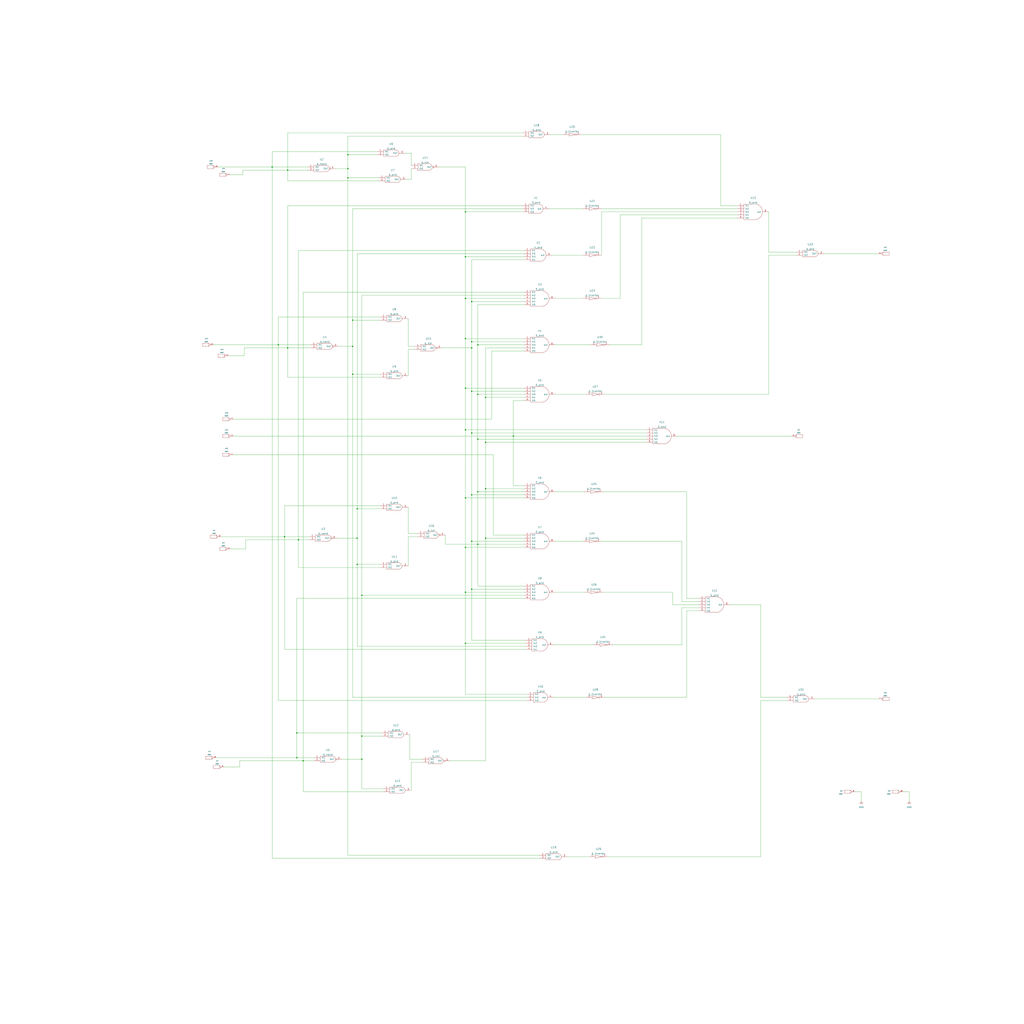
<source format=kicad_sch>
(kicad_sch (version 20211123) (generator eeschema)
  (paper "User" 840.994 840.994)
  (lib_symbols
    (symbol "eSim_Digital:d_and" (pin_names (offset 1.016))
      (property "Reference" "U" (at 0 0 0))
      (property "Value" "d_and" (at 1.27 2.54 0))
      (symbol "d_and_0_1"
        (polyline (pts (xy 3.81 -1.27) (xy -6.35 -1.27) (xy -6.35 3.81) (xy 3.81 3.81)))
        (arc (start 3.81 -1.27) (mid 5.5897 -0.5171) (end 6.35 1.27))
        (arc (start 6.35 1.27) (mid 5.5971 3.0497) (end 3.81 3.81))
      )
      (symbol "d_and_1_1"
        (pin input line (at -11.43 2.54 0) (length 5.08) (name "IN1") (number "1"))
        (pin input line (at -11.43 0 0) (length 5.08) (name "IN2") (number "2"))
        (pin output line (at 11.43 1.27 180) (length 5.08) (name "OUT") (number "3"))
      )
    )
    (symbol "eSim_Digital:d_inverter" (pin_names (offset 1.016))
      (property "Reference" "U" (at 0 -2.54 0))
      (property "Value" "d_inverter" (at 0 3.81 0))
      (symbol "d_inverter_0_1"
        (polyline (pts (xy -2.54 1.27) (xy -2.54 -1.27) (xy 2.54 0) (xy -2.54 1.27)))
      )
      (symbol "d_inverter_1_1"
        (pin input line (at -7.62 0 0) (length 5.08) (name "~") (number "1"))
        (pin output inverted (at 7.62 0 180) (length 5.08) (name "~") (number "2"))
      )
    )
    (symbol "eSim_Digital:d_nand" (pin_names (offset 1.016))
      (property "Reference" "U" (at 0 0 0))
      (property "Value" "d_nand" (at 1.27 2.54 0))
      (symbol "d_nand_0_1"
        (polyline (pts (xy 3.81 -1.27) (xy -6.35 -1.27) (xy -6.35 3.81) (xy 3.81 3.81)))
        (arc (start 3.81 -1.27) (mid 5.5897 -0.5171) (end 6.35 1.27))
        (arc (start 6.35 1.27) (mid 5.5971 3.0497) (end 3.81 3.81))
      )
      (symbol "d_nand_1_1"
        (pin input line (at -11.43 2.54 0) (length 5.08) (name "IN1") (number "1"))
        (pin input line (at -11.43 0 0) (length 5.08) (name "IN2") (number "2"))
        (pin output inverted (at 11.43 1.27 180) (length 5.08) (name "OUT") (number "3"))
      )
    )
    (symbol "eSim_Digital:d_nor" (pin_names (offset 1.016))
      (property "Reference" "U" (at 0 0 0))
      (property "Value" "d_nor" (at 1.27 2.54 0))
      (symbol "d_nor_0_1"
        (arc (start -6.35 -1.27) (mid -5.7504 1.27) (end -6.35 3.81))
        (polyline (pts (xy -6.35 -1.27) (xy 3.81 -1.27)))
        (polyline (pts (xy -6.35 3.81) (xy 3.81 3.81)))
        (arc (start 3.81 -1.27) (mid 5.3181 -0.2399) (end 6.35 1.27))
        (arc (start 6.35 1.27) (mid 5.2222 2.6828) (end 3.81 3.81))
      )
      (symbol "d_nor_1_1"
        (pin input line (at -11.43 2.54 0) (length 5.461) (name "IN1") (number "1"))
        (pin input line (at -11.43 0 0) (length 5.461) (name "IN2") (number "2"))
        (pin output inverted (at 11.43 1.27 180) (length 5.08) (name "OUT") (number "3"))
      )
    )
    (symbol "eSim_Miscellaneous:PORT" (pin_names (offset 1.016))
      (property "Reference" "U" (at 1.27 2.54 0))
      (property "Value" "PORT" (at 0 0 0))
      (symbol "PORT_0_1"
        (rectangle (start -2.54 1.27) (end 2.54 -1.27))
        (arc (start 2.54 1.27) (mid 3.1355 0.5955) (end 3.81 0))
        (arc (start 3.81 0) (mid 3.1447 -0.6046) (end 2.54 -1.27))
      )
      (symbol "PORT_1_1"
        (pin bidirectional line (at 6.35 0 180) (length 2.54) (name "~") (number "1"))
      )
      (symbol "PORT_2_1"
        (pin bidirectional line (at 6.35 0 180) (length 2.54) (name "~") (number "2"))
      )
      (symbol "PORT_3_1"
        (pin bidirectional line (at 6.35 0 180) (length 2.54) (name "~") (number "3"))
      )
      (symbol "PORT_4_1"
        (pin bidirectional line (at 6.35 0 180) (length 2.54) (name "~") (number "4"))
      )
      (symbol "PORT_5_1"
        (pin bidirectional line (at 6.35 0 180) (length 2.54) (name "~") (number "5"))
      )
      (symbol "PORT_6_1"
        (pin bidirectional line (at 6.35 0 180) (length 2.54) (name "~") (number "6"))
      )
      (symbol "PORT_7_1"
        (pin bidirectional line (at 6.35 0 180) (length 2.54) (name "~") (number "7"))
      )
      (symbol "PORT_8_1"
        (pin bidirectional line (at 6.35 0 180) (length 2.54) (name "~") (number "8"))
      )
      (symbol "PORT_9_1"
        (pin bidirectional line (at 6.35 0 180) (length 2.54) (name "~") (number "9"))
      )
      (symbol "PORT_10_1"
        (pin bidirectional line (at 6.35 0 180) (length 2.54) (name "~") (number "10"))
      )
      (symbol "PORT_11_1"
        (pin bidirectional line (at 6.35 0 180) (length 2.54) (name "~") (number "11"))
      )
      (symbol "PORT_12_1"
        (pin bidirectional line (at 6.35 0 180) (length 2.54) (name "~") (number "12"))
      )
      (symbol "PORT_13_1"
        (pin bidirectional line (at 6.35 0 180) (length 2.54) (name "~") (number "13"))
      )
      (symbol "PORT_14_1"
        (pin bidirectional line (at 6.35 0 180) (length 2.54) (name "~") (number "14"))
      )
      (symbol "PORT_15_1"
        (pin bidirectional line (at 6.35 0 180) (length 2.54) (name "~") (number "15"))
      )
      (symbol "PORT_16_1"
        (pin bidirectional line (at 6.35 0 180) (length 2.54) (name "~") (number "16"))
      )
      (symbol "PORT_17_1"
        (pin bidirectional line (at 6.35 0 180) (length 2.54) (name "~") (number "17"))
      )
      (symbol "PORT_18_1"
        (pin bidirectional line (at 6.35 0 180) (length 2.54) (name "~") (number "18"))
      )
      (symbol "PORT_19_1"
        (pin bidirectional line (at 6.35 0 180) (length 2.54) (name "~") (number "19"))
      )
      (symbol "PORT_20_1"
        (pin bidirectional line (at 6.35 0 180) (length 2.54) (name "~") (number "20"))
      )
      (symbol "PORT_21_1"
        (pin bidirectional line (at 6.35 0 180) (length 2.54) (name "~") (number "21"))
      )
      (symbol "PORT_22_1"
        (pin bidirectional line (at 6.35 0 180) (length 2.54) (name "~") (number "22"))
      )
      (symbol "PORT_23_1"
        (pin bidirectional line (at 6.35 0 180) (length 2.54) (name "~") (number "23"))
      )
      (symbol "PORT_24_1"
        (pin bidirectional line (at 6.35 0 180) (length 2.54) (name "~") (number "24"))
      )
      (symbol "PORT_25_1"
        (pin bidirectional line (at 6.35 0 180) (length 2.54) (name "~") (number "25"))
      )
      (symbol "PORT_26_1"
        (pin bidirectional line (at 6.35 0 180) (length 2.54) (name "~") (number "26"))
      )
    )
    (symbol "eSim_Power:eSim_GND" (power) (pin_names (offset 0))
      (property "Value" "eSim_GND" (at 0 -3.81 0))
      (symbol "eSim_GND_0_1"
        (polyline (pts (xy 0 0) (xy 0 -1.27) (xy 1.27 -1.27) (xy 0 -2.54) (xy -1.27 -1.27) (xy 0 -1.27)))
      )
      (symbol "eSim_GND_1_1"
        (pin power_in line (at 0 0 270) (length 0) hide (name "GND") (number "1"))
      )
    )
    (symbol "eSim_Subckt:3_and" (pin_names (offset 1.016))
      (property "Reference" "X" (at 2.54 -1.27 0))
      (property "Value" "3_and" (at 3.81 3.81 0))
      (symbol "3_and_0_1"
        (polyline (pts (xy -3.81 5.08) (xy 5.08 5.08)))
        (polyline (pts (xy -3.81 5.08) (xy -3.81 -2.54) (xy 5.08 -2.54)))
        (arc (start 5.08 -2.54) (mid 7.8261 1.27) (end 5.08 5.08))
      )
      (symbol "3_and_1_1"
        (pin input line (at -8.89 3.81 0) (length 5.08) (name "in1") (number "1"))
        (pin input line (at -8.89 1.27 0) (length 5.08) (name "in2") (number "2"))
        (pin input line (at -8.89 -1.27 0) (length 5.08) (name "in3") (number "3"))
        (pin output line (at 12.7 1.27 180) (length 5.08) (name "out") (number "4"))
      )
    )
    (symbol "eSim_Subckt:4_and" (pin_names (offset 1.016))
      (property "Reference" "X" (at 1.27 -1.27 0))
      (property "Value" "4_and" (at 2.54 2.54 0))
      (symbol "4_and_0_1"
        (polyline (pts (xy -5.08 5.08) (xy 3.81 5.08)))
        (polyline (pts (xy -5.08 5.08) (xy -5.08 -5.08) (xy 1.27 -5.08) (xy 3.81 -5.08)))
        (arc (start 3.81 -5.08) (mid 7.7763 0) (end 3.81 5.08))
      )
      (symbol "4_and_1_1"
        (pin input line (at -10.16 3.81 0) (length 5.08) (name "in1") (number "1"))
        (pin input line (at -10.16 1.27 0) (length 5.08) (name "in2") (number "2"))
        (pin input line (at -10.16 -1.27 0) (length 5.08) (name "in3") (number "3"))
        (pin input line (at -10.16 -3.81 0) (length 5.08) (name "in4") (number "4"))
        (pin output line (at 12.7 0 180) (length 5.08) (name "out") (number "5"))
      )
    )
    (symbol "eSim_Subckt:5_and" (pin_names (offset 1.016))
      (property "Reference" "X" (at 1.27 -2.54 0))
      (property "Value" "5_and" (at 2.54 3.81 0))
      (symbol "5_and_0_1"
        (polyline (pts (xy -6.35 6.35) (xy 3.81 6.35)))
        (polyline (pts (xy -6.35 6.35) (xy -6.35 -6.35) (xy 3.81 -6.35)))
        (arc (start 3.81 -6.35) (mid 9.0158 0) (end 3.81 6.35))
      )
      (symbol "5_and_1_1"
        (pin input line (at -11.43 5.08 0) (length 5.08) (name "in1") (number "1"))
        (pin input line (at -11.43 2.54 0) (length 5.08) (name "in2") (number "2"))
        (pin input line (at -11.43 0 0) (length 5.08) (name "in3") (number "3"))
        (pin input line (at -11.43 -2.54 0) (length 5.08) (name "in4") (number "4"))
        (pin input line (at -11.43 -5.08 0) (length 5.08) (name "in5") (number "5"))
        (pin output line (at 13.97 0 180) (length 5.08) (name "out") (number "6"))
      )
    )
  )
  (junction (at 387.35 406.4))
  (junction (at 392.43 447.04))
  (junction (at 392.43 323.85))
  (junction (at 245.11 443.23))
  (junction (at 392.43 403.86))
  (junction (at 421.64 358.14))
  (junction (at 285.75 146.05))
  (junction (at 233.68 440.69))
  (junction (at 228.6 283.21))
  (junction (at 382.27 449.58))
  (junction (at 382.27 210.82))
  (junction (at 293.37 441.96))
  (junction (at 243.84 622.3))
  (junction (at 398.78 326.39))
  (junction (at 382.27 278.13))
  (junction (at 297.18 623.57))
  (junction (at 387.35 321.31))
  (junction (at 392.43 283.21))
  (junction (at 398.78 401.32))
  (junction (at 387.35 483.87))
  (junction (at 248.92 624.84))
  (junction (at 382.27 245.11))
  (junction (at 289.56 284.48))
  (junction (at 382.27 353.06))
  (junction (at 297.18 604.52))
  (junction (at 382.27 486.41))
  (junction (at 223.52 137.16))
  (junction (at 289.56 262.89))
  (junction (at 289.56 307.34))
  (junction (at 293.37 417.83))
  (junction (at 293.37 463.55))
  (junction (at 387.35 280.67))
  (junction (at 236.22 139.7))
  (junction (at 297.18 488.95))
  (junction (at 387.35 285.75))
  (junction (at 285.75 138.43))
  (junction (at 243.84 601.98))
  (junction (at 398.78 363.22))
  (junction (at 387.35 355.6))
  (junction (at 387.35 247.65))
  (junction (at 387.35 444.5))
  (junction (at 285.75 127))
  (junction (at 392.43 360.68))
  (junction (at 382.27 173.99))
  (junction (at 382.27 528.32))
  (junction (at 236.22 285.75))
  (junction (at 398.78 441.96))
  (junction (at 382.27 318.77))
  (junction (at 382.27 408.94))
  (wire (pts (xy 187.96 292.1) (xy 200.66 292.1)))
  (wire (pts (xy 387.35 213.36) (xy 387.35 247.65)))
  (wire (pts (xy 387.35 483.87) (xy 430.53 483.87)))
  (wire (pts (xy 236.22 109.22) (xy 429.26 109.22)))
  (wire (pts (xy 199.39 139.7) (xy 236.22 139.7)))
  (wire (pts (xy 311.15 148.59) (xy 236.22 148.59)))
  (wire (pts (xy 477.52 110.49) (xy 591.82 110.49)))
  (wire (pts (xy 574.04 494.03) (xy 560.07 494.03)))
  (wire (pts (xy 421.64 358.14) (xy 421.64 328.93)))
  (wire (pts (xy 337.82 626.11) (xy 346.71 626.11)))
  (wire (pts (xy 228.6 260.35) (xy 312.42 260.35)))
  (wire (pts (xy 382.27 278.13) (xy 430.53 278.13)))
  (wire (pts (xy 382.27 245.11) (xy 382.27 278.13)))
  (wire (pts (xy 245.11 205.74) (xy 430.53 205.74)))
  (wire (pts (xy 392.43 360.68) (xy 530.86 360.68)))
  (wire (pts (xy 552.45 496.57) (xy 552.45 486.41)))
  (wire (pts (xy 631.19 173.99) (xy 631.19 207.01)))
  (wire (pts (xy 280.67 623.57) (xy 297.18 623.57)))
  (wire (pts (xy 382.27 210.82) (xy 382.27 245.11)))
  (wire (pts (xy 746.76 657.86) (xy 746.76 650.24)))
  (wire (pts (xy 275.59 138.43) (xy 285.75 138.43)))
  (wire (pts (xy 392.43 447.04) (xy 430.53 447.04)))
  (wire (pts (xy 398.78 441.96) (xy 430.53 441.96)))
  (wire (pts (xy 398.78 326.39) (xy 430.53 326.39)))
  (wire (pts (xy 398.78 401.32) (xy 398.78 441.96)))
  (wire (pts (xy 387.35 280.67) (xy 430.53 280.67)))
  (wire (pts (xy 455.93 245.11) (xy 478.79 245.11)))
  (wire (pts (xy 631.19 323.85) (xy 496.57 323.85)))
  (wire (pts (xy 527.05 283.21) (xy 527.05 179.07)))
  (wire (pts (xy 248.92 624.84) (xy 248.92 650.24)))
  (wire (pts (xy 382.27 449.58) (xy 382.27 486.41)))
  (wire (pts (xy 233.68 533.4) (xy 233.68 440.69)))
  (wire (pts (xy 502.92 529.59) (xy 560.07 529.59)))
  (wire (pts (xy 382.27 528.32) (xy 382.27 570.23)))
  (wire (pts (xy 430.53 398.78) (xy 421.64 398.78)))
  (wire (pts (xy 560.07 494.03) (xy 560.07 444.5)))
  (wire (pts (xy 392.43 323.85) (xy 392.43 360.68)))
  (wire (pts (xy 624.84 572.77) (xy 646.43 572.77)))
  (wire (pts (xy 289.56 307.34) (xy 289.56 572.77)))
  (wire (pts (xy 430.53 213.36) (xy 387.35 213.36)))
  (wire (pts (xy 452.12 110.49) (xy 462.28 110.49)))
  (wire (pts (xy 430.53 283.21) (xy 392.43 283.21)))
  (wire (pts (xy 236.22 168.91) (xy 236.22 285.75)))
  (wire (pts (xy 243.84 601.98) (xy 243.84 491.49)))
  (wire (pts (xy 223.52 137.16) (xy 252.73 137.16)))
  (wire (pts (xy 431.8 528.32) (xy 382.27 528.32)))
  (wire (pts (xy 591.82 110.49) (xy 591.82 168.91)))
  (wire (pts (xy 392.43 447.04) (xy 392.43 481.33)))
  (wire (pts (xy 189.23 143.51) (xy 199.39 143.51)))
  (wire (pts (xy 707.39 650.24) (xy 702.31 650.24)))
  (wire (pts (xy 278.13 284.48) (xy 289.56 284.48)))
  (wire (pts (xy 365.76 439.42) (xy 365.76 447.04)))
  (wire (pts (xy 631.19 209.55) (xy 631.19 323.85)))
  (wire (pts (xy 248.92 240.03) (xy 248.92 624.84)))
  (wire (pts (xy 257.81 622.3) (xy 243.84 622.3)))
  (wire (pts (xy 398.78 363.22) (xy 398.78 401.32)))
  (wire (pts (xy 382.27 449.58) (xy 430.53 449.58)))
  (wire (pts (xy 676.91 208.28) (xy 721.36 208.28)))
  (wire (pts (xy 382.27 570.23) (xy 433.07 570.23)))
  (wire (pts (xy 431.8 530.86) (xy 293.37 530.86)))
  (wire (pts (xy 297.18 604.52) (xy 313.69 604.52)))
  (wire (pts (xy 233.68 415.29) (xy 312.42 415.29)))
  (wire (pts (xy 236.22 139.7) (xy 236.22 109.22)))
  (wire (pts (xy 382.27 210.82) (xy 430.53 210.82)))
  (wire (pts (xy 285.75 702.31) (xy 285.75 146.05)))
  (wire (pts (xy 450.85 171.45) (xy 478.79 171.45)))
  (wire (pts (xy 387.35 406.4) (xy 387.35 444.5)))
  (wire (pts (xy 574.04 499.11) (xy 560.07 499.11)))
  (wire (pts (xy 746.76 650.24) (xy 741.68 650.24)))
  (wire (pts (xy 199.39 143.51) (xy 199.39 139.7)))
  (wire (pts (xy 387.35 321.31) (xy 430.53 321.31)))
  (wire (pts (xy 236.22 285.75) (xy 255.27 285.75)))
  (wire (pts (xy 398.78 285.75) (xy 430.53 285.75)))
  (wire (pts (xy 191.77 344.17) (xy 403.86 344.17)))
  (wire (pts (xy 293.37 463.55) (xy 293.37 530.86)))
  (wire (pts (xy 556.26 358.14) (xy 650.24 358.14)))
  (wire (pts (xy 455.93 283.21) (xy 485.14 283.21)))
  (wire (pts (xy 336.55 623.57) (xy 346.71 623.57)))
  (wire (pts (xy 245.11 466.09) (xy 245.11 443.23)))
  (wire (pts (xy 429.26 168.91) (xy 236.22 168.91)))
  (wire (pts (xy 382.27 318.77) (xy 430.53 318.77)))
  (wire (pts (xy 382.27 486.41) (xy 382.27 528.32)))
  (wire (pts (xy 363.22 285.75) (xy 387.35 285.75)))
  (wire (pts (xy 382.27 173.99) (xy 429.26 173.99)))
  (wire (pts (xy 297.18 488.95) (xy 297.18 604.52)))
  (wire (pts (xy 387.35 247.65) (xy 387.35 280.67)))
  (wire (pts (xy 496.57 572.77) (xy 563.88 572.77)))
  (wire (pts (xy 624.84 575.31) (xy 646.43 575.31)))
  (wire (pts (xy 289.56 171.45) (xy 289.56 262.89)))
  (wire (pts (xy 563.88 501.65) (xy 574.04 501.65)))
  (wire (pts (xy 387.35 444.5) (xy 387.35 483.87)))
  (wire (pts (xy 189.23 450.85) (xy 201.93 450.85)))
  (wire (pts (xy 289.56 262.89) (xy 289.56 284.48)))
  (wire (pts (xy 453.39 209.55) (xy 478.79 209.55)))
  (wire (pts (xy 398.78 326.39) (xy 398.78 363.22)))
  (wire (pts (xy 297.18 623.57) (xy 297.18 647.7)))
  (wire (pts (xy 313.69 601.98) (xy 243.84 601.98)))
  (wire (pts (xy 382.27 245.11) (xy 430.53 245.11)))
  (wire (pts (xy 200.66 285.75) (xy 236.22 285.75)))
  (wire (pts (xy 443.23 702.31) (xy 285.75 702.31)))
  (wire (pts (xy 336.55 603.25) (xy 336.55 623.57)))
  (wire (pts (xy 297.18 488.95) (xy 430.53 488.95)))
  (wire (pts (xy 236.22 309.88) (xy 312.42 309.88)))
  (wire (pts (xy 624.84 703.58) (xy 624.84 575.31)))
  (wire (pts (xy 191.77 358.14) (xy 421.64 358.14)))
  (wire (pts (xy 382.27 353.06) (xy 530.86 353.06)))
  (wire (pts (xy 248.92 624.84) (xy 257.81 624.84)))
  (wire (pts (xy 631.19 207.01) (xy 654.05 207.01)))
  (wire (pts (xy 494.03 173.99) (xy 605.79 173.99)))
  (wire (pts (xy 334.01 147.32) (xy 337.82 147.32)))
  (wire (pts (xy 248.92 240.03) (xy 430.53 240.03)))
  (wire (pts (xy 443.23 704.85) (xy 223.52 704.85)))
  (wire (pts (xy 297.18 647.7) (xy 314.96 647.7)))
  (wire (pts (xy 499.11 703.58) (xy 624.84 703.58)))
  (wire (pts (xy 392.43 323.85) (xy 430.53 323.85)))
  (wire (pts (xy 314.96 650.24) (xy 248.92 650.24)))
  (wire (pts (xy 421.64 328.93) (xy 430.53 328.93)))
  (wire (pts (xy 624.84 496.57) (xy 624.84 572.77)))
  (wire (pts (xy 360.68 137.16) (xy 382.27 137.16)))
  (wire (pts (xy 382.27 173.99) (xy 382.27 210.82)))
  (wire (pts (xy 337.82 138.43) (xy 337.82 147.32)))
  (wire (pts (xy 392.43 283.21) (xy 392.43 323.85)))
  (wire (pts (xy 332.74 125.73) (xy 337.82 125.73)))
  (wire (pts (xy 455.93 444.5) (xy 478.79 444.5)))
  (wire (pts (xy 387.35 285.75) (xy 387.35 321.31)))
  (wire (pts (xy 335.28 438.15) (xy 342.9 438.15)))
  (wire (pts (xy 228.6 283.21) (xy 228.6 575.31)))
  (wire (pts (xy 335.28 284.48) (xy 340.36 284.48)))
  (wire (pts (xy 560.07 499.11) (xy 560.07 529.59)))
  (wire (pts (xy 455.93 486.41) (xy 480.06 486.41)))
  (wire (pts (xy 591.82 168.91) (xy 605.79 168.91)))
  (wire (pts (xy 560.07 444.5) (xy 494.03 444.5)))
  (wire (pts (xy 335.28 416.56) (xy 335.28 438.15)))
  (wire (pts (xy 223.52 137.16) (xy 223.52 124.46)))
  (wire (pts (xy 337.82 125.73) (xy 337.82 135.89)))
  (wire (pts (xy 382.27 318.77) (xy 382.27 353.06)))
  (wire (pts (xy 421.64 358.14) (xy 530.86 358.14)))
  (wire (pts (xy 382.27 137.16) (xy 382.27 173.99)))
  (wire (pts (xy 398.78 401.32) (xy 430.53 401.32)))
  (wire (pts (xy 236.22 285.75) (xy 236.22 309.88)))
  (wire (pts (xy 430.53 439.42) (xy 405.13 439.42)))
  (wire (pts (xy 233.68 440.69) (xy 233.68 415.29)))
  (wire (pts (xy 293.37 208.28) (xy 293.37 417.83)))
  (wire (pts (xy 196.85 624.84) (xy 248.92 624.84)))
  (wire (pts (xy 509.27 245.11) (xy 509.27 176.53)))
  (wire (pts (xy 398.78 285.75) (xy 398.78 326.39)))
  (wire (pts (xy 392.43 360.68) (xy 392.43 403.86)))
  (wire (pts (xy 365.76 447.04) (xy 392.43 447.04)))
  (wire (pts (xy 236.22 139.7) (xy 252.73 139.7)))
  (wire (pts (xy 293.37 208.28) (xy 430.53 208.28)))
  (wire (pts (xy 228.6 260.35) (xy 228.6 283.21)))
  (wire (pts (xy 312.42 466.09) (xy 245.11 466.09)))
  (wire (pts (xy 403.86 288.29) (xy 403.86 344.17)))
  (wire (pts (xy 335.28 287.02) (xy 340.36 287.02)))
  (wire (pts (xy 563.88 403.86) (xy 563.88 491.49)))
  (wire (pts (xy 285.75 127) (xy 285.75 111.76)))
  (wire (pts (xy 285.75 146.05) (xy 311.15 146.05)))
  (wire (pts (xy 387.35 355.6) (xy 387.35 406.4)))
  (wire (pts (xy 454.66 529.59) (xy 487.68 529.59)))
  (wire (pts (xy 669.29 574.04) (xy 721.36 574.04)))
  (wire (pts (xy 285.75 111.76) (xy 429.26 111.76)))
  (wire (pts (xy 494.03 171.45) (xy 605.79 171.45)))
  (wire (pts (xy 433.07 575.31) (xy 228.6 575.31)))
  (wire (pts (xy 466.09 703.58) (xy 483.87 703.58)))
  (wire (pts (xy 654.05 209.55) (xy 631.19 209.55)))
  (wire (pts (xy 455.93 403.86) (xy 480.06 403.86)))
  (wire (pts (xy 392.43 250.19) (xy 430.53 250.19)))
  (wire (pts (xy 431.8 533.4) (xy 233.68 533.4)))
  (wire (pts (xy 392.43 403.86) (xy 430.53 403.86)))
  (wire (pts (xy 335.28 440.69) (xy 342.9 440.69)))
  (wire (pts (xy 223.52 704.85) (xy 223.52 137.16)))
  (wire (pts (xy 293.37 417.83) (xy 312.42 417.83)))
  (wire (pts (xy 337.82 648.97) (xy 337.82 626.11)))
  (wire (pts (xy 285.75 138.43) (xy 285.75 127)))
  (wire (pts (xy 276.86 441.96) (xy 293.37 441.96)))
  (wire (pts (xy 177.8 622.3) (xy 243.84 622.3)))
  (wire (pts (xy 387.35 525.78) (xy 431.8 525.78)))
  (wire (pts (xy 200.66 292.1) (xy 200.66 285.75)))
  (wire (pts (xy 289.56 284.48) (xy 289.56 307.34)))
  (wire (pts (xy 289.56 262.89) (xy 312.42 262.89)))
  (wire (pts (xy 285.75 127) (xy 309.88 127)))
  (wire (pts (xy 387.35 444.5) (xy 430.53 444.5)))
  (wire (pts (xy 382.27 408.94) (xy 382.27 449.58)))
  (wire (pts (xy 293.37 441.96) (xy 293.37 463.55)))
  (wire (pts (xy 392.43 403.86) (xy 392.43 447.04)))
  (wire (pts (xy 494.03 245.11) (xy 509.27 245.11)))
  (wire (pts (xy 293.37 463.55) (xy 312.42 463.55)))
  (wire (pts (xy 387.35 247.65) (xy 430.53 247.65)))
  (wire (pts (xy 285.75 146.05) (xy 285.75 138.43)))
  (wire (pts (xy 707.39 657.86) (xy 707.39 650.24)))
  (wire (pts (xy 191.77 373.38) (xy 405.13 373.38)))
  (wire (pts (xy 563.88 572.77) (xy 563.88 501.65)))
  (wire (pts (xy 599.44 496.57) (xy 624.84 496.57)))
  (wire (pts (xy 387.35 483.87) (xy 387.35 525.78)))
  (wire (pts (xy 382.27 486.41) (xy 430.53 486.41)))
  (wire (pts (xy 236.22 148.59) (xy 236.22 139.7)))
  (wire (pts (xy 297.18 604.52) (xy 297.18 623.57)))
  (wire (pts (xy 392.43 250.19) (xy 392.43 283.21)))
  (wire (pts (xy 312.42 307.34) (xy 289.56 307.34)))
  (wire (pts (xy 455.93 323.85) (xy 481.33 323.85)))
  (wire (pts (xy 382.27 353.06) (xy 382.27 408.94)))
  (wire (pts (xy 509.27 176.53) (xy 605.79 176.53)))
  (wire (pts (xy 398.78 441.96) (xy 398.78 624.84)))
  (wire (pts (xy 387.35 355.6) (xy 530.86 355.6)))
  (wire (pts (xy 184.15 629.92) (xy 196.85 629.92)))
  (wire (pts (xy 430.53 288.29) (xy 403.86 288.29)))
  (wire (pts (xy 243.84 622.3) (xy 243.84 601.98)))
  (wire (pts (xy 179.07 137.16) (xy 223.52 137.16)))
  (wire (pts (xy 494.03 209.55) (xy 494.03 173.99)))
  (wire (pts (xy 196.85 629.92) (xy 196.85 624.84)))
  (wire (pts (xy 387.35 321.31) (xy 387.35 355.6)))
  (wire (pts (xy 175.26 283.21) (xy 228.6 283.21)))
  (wire (pts (xy 289.56 171.45) (xy 429.26 171.45)))
  (wire (pts (xy 223.52 124.46) (xy 309.88 124.46)))
  (wire (pts (xy 563.88 491.49) (xy 574.04 491.49)))
  (wire (pts (xy 201.93 450.85) (xy 201.93 443.23)))
  (wire (pts (xy 495.3 403.86) (xy 563.88 403.86)))
  (wire (pts (xy 552.45 486.41) (xy 495.3 486.41)))
  (wire (pts (xy 335.28 464.82) (xy 335.28 440.69)))
  (wire (pts (xy 430.53 242.57) (xy 297.18 242.57)))
  (wire (pts (xy 421.64 398.78) (xy 421.64 358.14)))
  (wire (pts (xy 297.18 242.57) (xy 297.18 488.95)))
  (wire (pts (xy 454.66 572.77) (xy 481.33 572.77)))
  (wire (pts (xy 335.28 261.62) (xy 335.28 284.48)))
  (wire (pts (xy 181.61 440.69) (xy 233.68 440.69)))
  (wire (pts (xy 245.11 443.23) (xy 245.11 205.74)))
  (wire (pts (xy 430.53 481.33) (xy 392.43 481.33)))
  (wire (pts (xy 382.27 278.13) (xy 382.27 318.77)))
  (wire (pts (xy 405.13 439.42) (xy 405.13 373.38)))
  (wire (pts (xy 500.38 283.21) (xy 527.05 283.21)))
  (wire (pts (xy 387.35 280.67) (xy 387.35 285.75)))
  (wire (pts (xy 369.57 624.84) (xy 398.78 624.84)))
  (wire (pts (xy 387.35 406.4) (xy 430.53 406.4)))
  (wire (pts (xy 527.05 179.07) (xy 605.79 179.07)))
  (wire (pts (xy 228.6 283.21) (xy 255.27 283.21)))
  (wire (pts (xy 233.68 440.69) (xy 254 440.69)))
  (wire (pts (xy 433.07 572.77) (xy 289.56 572.77)))
  (wire (pts (xy 293.37 417.83) (xy 293.37 441.96)))
  (wire (pts (xy 335.28 308.61) (xy 335.28 287.02)))
  (wire (pts (xy 382.27 408.94) (xy 430.53 408.94)))
  (wire (pts (xy 201.93 443.23) (xy 245.11 443.23)))
  (wire (pts (xy 574.04 496.57) (xy 552.45 496.57)))
  (wire (pts (xy 243.84 491.49) (xy 430.53 491.49)))
  (wire (pts (xy 245.11 443.23) (xy 254 443.23)))
  (wire (pts (xy 530.86 363.22) (xy 398.78 363.22)))
  (symbol (lib_id "eSim_Subckt:4_and") (at 441.96 529.59 0) (unit 1)
    (property "Reference" "X9" (at 443.3081 519.43 0) (effects (font (size 1.524 1.524))))
    (property "Value" "4_and" (at 443.3081 523.24 0) (effects (font (size 1.524 1.524))))
  )
  (symbol (lib_id "eSim_Miscellaneous:PORT") (at 735.33 650.24 0) (mirror x) (unit 16)
    (property "Reference" "U1" (at 731.52 649.605 0) (effects (font (size 0.762 0.762)) (justify right)))
    (property "Value" "PORT" (at 731.52 652.145 0) (effects (font (size 0.762 0.762)) (justify right)))
  )
  (symbol (lib_id "eSim_Digital:d_and") (at 325.12 604.52 0) (unit 1)
    (property "Reference" "U12" (at 325.12 595.63 0) (effects (font (size 1.524 1.524))))
    (property "Value" "d_and" (at 325.12 599.44 0) (effects (font (size 1.524 1.524))))
  )
  (symbol (lib_id "eSim_Digital:d_and") (at 323.85 417.83 0) (unit 1)
    (property "Reference" "U10" (at 323.85 408.94 0) (effects (font (size 1.524 1.524))))
    (property "Value" "d_and" (at 323.85 412.75 0) (effects (font (size 1.524 1.524))))
  )
  (symbol (lib_id "eSim_Subckt:5_and") (at 441.96 444.5 0) (unit 1)
    (property "Reference" "X7" (at 443.2929 433.07 0) (effects (font (size 1.524 1.524))))
    (property "Value" "5_and" (at 443.2929 436.88 0) (effects (font (size 1.524 1.524))))
  )
  (symbol (lib_id "eSim_Digital:d_and") (at 440.69 111.76 0) (unit 1)
    (property "Reference" "U18" (at 440.69 102.87 0) (effects (font (size 1.524 1.524))))
    (property "Value" "d_and" (at 440.69 106.68 0) (effects (font (size 1.524 1.524))))
  )
  (symbol (lib_id "eSim_Miscellaneous:PORT") (at 182.88 450.85 0) (unit 11)
    (property "Reference" "U1" (at 183.515 445.77 0) (effects (font (size 0.762 0.762))))
    (property "Value" "PORT" (at 183.515 448.31 0) (effects (font (size 0.762 0.762))))
  )
  (symbol (lib_id "eSim_Digital:d_nor") (at 354.33 440.69 0) (unit 1)
    (property "Reference" "U16" (at 354.33 431.8 0) (effects (font (size 1.524 1.524))))
    (property "Value" "d_nor" (at 354.33 435.61 0) (effects (font (size 1.524 1.524))))
  )
  (symbol (lib_id "eSim_Subckt:4_and") (at 440.69 209.55 0) (unit 1)
    (property "Reference" "X2" (at 442.0381 199.39 0) (effects (font (size 1.524 1.524))))
    (property "Value" "4_and" (at 442.0381 203.2 0) (effects (font (size 1.524 1.524))))
  )
  (symbol (lib_id "eSim_Digital:d_and") (at 323.85 262.89 0) (unit 1)
    (property "Reference" "U8" (at 323.85 254 0) (effects (font (size 1.524 1.524))))
    (property "Value" "d_and" (at 323.85 257.81 0) (effects (font (size 1.524 1.524))))
  )
  (symbol (lib_id "eSim_Subckt:3_and") (at 441.96 574.04 0) (unit 1)
    (property "Reference" "X10" (at 443.968 563.88 0) (effects (font (size 1.524 1.524))))
    (property "Value" "3_and" (at 443.968 567.69 0) (effects (font (size 1.524 1.524))))
  )
  (symbol (lib_id "eSim_Digital:d_inverter") (at 487.68 403.86 0) (unit 1)
    (property "Reference" "U25" (at 487.68 397.51 0) (effects (font (size 1.524 1.524))))
    (property "Value" "d_inverter" (at 487.68 401.32 0) (effects (font (size 1.524 1.524))))
  )
  (symbol (lib_id "eSim_Digital:d_and") (at 657.86 575.31 0) (unit 1)
    (property "Reference" "U32" (at 657.86 566.42 0) (effects (font (size 1.524 1.524))))
    (property "Value" "d_and" (at 657.86 570.23 0) (effects (font (size 1.524 1.524))))
  )
  (symbol (lib_id "eSim_Digital:d_inverter") (at 491.49 703.58 0) (unit 1)
    (property "Reference" "U29" (at 491.49 697.23 0) (effects (font (size 1.524 1.524))))
    (property "Value" "d_inverter" (at 491.49 701.04 0) (effects (font (size 1.524 1.524))))
  )
  (symbol (lib_id "eSim_Subckt:5_and") (at 441.96 403.86 0) (unit 1)
    (property "Reference" "X6" (at 443.2929 392.43 0) (effects (font (size 1.524 1.524))))
    (property "Value" "5_and" (at 443.2929 396.24 0) (effects (font (size 1.524 1.524))))
  )
  (symbol (lib_id "eSim_Miscellaneous:PORT") (at 181.61 292.1 0) (unit 14)
    (property "Reference" "U1" (at 182.245 287.02 0) (effects (font (size 0.762 0.762))))
    (property "Value" "PORT" (at 182.245 289.56 0) (effects (font (size 0.762 0.762))))
  )
  (symbol (lib_id "eSim_Digital:d_nand") (at 269.24 624.84 0) (unit 1)
    (property "Reference" "U5" (at 269.24 615.95 0) (effects (font (size 1.524 1.524))))
    (property "Value" "d_nand" (at 269.24 619.76 0) (effects (font (size 1.524 1.524))))
  )
  (symbol (lib_id "eSim_Digital:d_and") (at 326.39 650.24 0) (unit 1)
    (property "Reference" "U13" (at 326.39 641.35 0) (effects (font (size 1.524 1.524))))
    (property "Value" "d_and" (at 326.39 645.16 0) (effects (font (size 1.524 1.524))))
  )
  (symbol (lib_id "eSim_Digital:d_inverter") (at 486.41 209.55 0) (unit 1)
    (property "Reference" "U22" (at 486.41 203.2 0) (effects (font (size 1.524 1.524))))
    (property "Value" "d_inverter" (at 486.41 207.01 0) (effects (font (size 1.524 1.524))))
  )
  (symbol (lib_id "eSim_Miscellaneous:PORT") (at 185.42 344.17 0) (unit 2)
    (property "Reference" "U1" (at 186.055 339.09 0) (effects (font (size 0.762 0.762))))
    (property "Value" "PORT" (at 186.055 341.63 0) (effects (font (size 0.762 0.762))))
  )
  (symbol (lib_id "eSim_Power:eSim_GND") (at 746.76 657.86 0) (unit 1)
    (property "Reference" "#PWR02" (effects hide))
    (property "Value" "eSim_GND" (at 746.76 662.94 0))
  )
  (symbol (lib_id "eSim_Subckt:5_and") (at 585.47 496.57 0) (unit 1)
    (property "Reference" "X12" (at 586.8029 485.14 0) (effects (font (size 1.524 1.524))))
    (property "Value" "5_and" (at 586.8029 488.95 0) (effects (font (size 1.524 1.524))))
  )
  (symbol (lib_id "eSim_Subckt:5_and") (at 542.29 358.14 0) (unit 1)
    (property "Reference" "X11" (at 543.6229 346.71 0) (effects (font (size 1.524 1.524))))
    (property "Value" "5_and" (at 543.6229 350.52 0) (effects (font (size 1.524 1.524))))
  )
  (symbol (lib_id "eSim_Digital:d_inverter") (at 486.41 245.11 0) (unit 1)
    (property "Reference" "U23" (at 486.41 238.76 0) (effects (font (size 1.524 1.524))))
    (property "Value" "d_inverter" (at 486.41 242.57 0) (effects (font (size 1.524 1.524))))
  )
  (symbol (lib_id "eSim_Subckt:5_and") (at 617.22 173.99 0) (unit 1)
    (property "Reference" "X13" (at 618.5529 162.56 0) (effects (font (size 1.524 1.524))))
    (property "Value" "5_and" (at 618.5529 166.37 0) (effects (font (size 1.524 1.524))))
  )
  (symbol (lib_id "eSim_Miscellaneous:PORT") (at 177.8 629.92 0) (unit 9)
    (property "Reference" "U1" (at 178.435 624.84 0) (effects (font (size 0.762 0.762))))
    (property "Value" "PORT" (at 178.435 627.38 0) (effects (font (size 0.762 0.762))))
  )
  (symbol (lib_id "eSim_Digital:d_nand") (at 264.16 139.7 0) (unit 1)
    (property "Reference" "U2" (at 264.16 130.81 0) (effects (font (size 1.524 1.524))))
    (property "Value" "d_nand" (at 264.16 134.62 0) (effects (font (size 1.524 1.524))))
  )
  (symbol (lib_id "eSim_Subckt:3_and") (at 438.15 172.72 0) (unit 1)
    (property "Reference" "X1" (at 440.158 162.56 0) (effects (font (size 1.524 1.524))))
    (property "Value" "3_and" (at 440.158 166.37 0) (effects (font (size 1.524 1.524))))
  )
  (symbol (lib_id "eSim_Subckt:5_and") (at 441.96 486.41 0) (unit 1)
    (property "Reference" "X8" (at 443.2929 474.98 0) (effects (font (size 1.524 1.524))))
    (property "Value" "5_and" (at 443.2929 478.79 0) (effects (font (size 1.524 1.524))))
  )
  (symbol (lib_id "eSim_Miscellaneous:PORT") (at 185.42 373.38 0) (unit 4)
    (property "Reference" "U1" (at 186.055 368.3 0) (effects (font (size 0.762 0.762))))
    (property "Value" "PORT" (at 186.055 370.84 0) (effects (font (size 0.762 0.762))))
  )
  (symbol (lib_id "eSim_Miscellaneous:PORT") (at 695.96 650.24 0) (mirror x) (unit 8)
    (property "Reference" "U1" (at 692.15 649.605 0) (effects (font (size 0.762 0.762)) (justify right)))
    (property "Value" "PORT" (at 692.15 652.145 0) (effects (font (size 0.762 0.762)) (justify right)))
  )
  (symbol (lib_id "eSim_Miscellaneous:PORT") (at 656.59 358.14 0) (mirror y) (unit 6)
    (property "Reference" "U1" (at 655.955 353.06 0) (effects (font (size 0.762 0.762))))
    (property "Value" "PORT" (at 655.955 355.6 0) (effects (font (size 0.762 0.762))))
  )
  (symbol (lib_id "eSim_Digital:d_and") (at 321.31 127 0) (unit 1)
    (property "Reference" "U6" (at 321.31 118.11 0) (effects (font (size 1.524 1.524))))
    (property "Value" "d_and" (at 321.31 121.92 0) (effects (font (size 1.524 1.524))))
  )
  (symbol (lib_id "eSim_Digital:d_inverter") (at 469.9 110.49 0) (unit 1)
    (property "Reference" "U20" (at 469.9 104.14 0) (effects (font (size 1.524 1.524))))
    (property "Value" "d_inverter" (at 469.9 107.95 0) (effects (font (size 1.524 1.524))))
  )
  (symbol (lib_id "eSim_Subckt:5_and") (at 441.96 245.11 0) (unit 1)
    (property "Reference" "X3" (at 443.2929 233.68 0) (effects (font (size 1.524 1.524))))
    (property "Value" "5_and" (at 443.2929 237.49 0) (effects (font (size 1.524 1.524))))
  )
  (symbol (lib_id "eSim_Digital:d_nand") (at 266.7 285.75 0) (unit 1)
    (property "Reference" "U4" (at 266.7 276.86 0) (effects (font (size 1.524 1.524))))
    (property "Value" "d_nand" (at 266.7 280.67 0) (effects (font (size 1.524 1.524))))
  )
  (symbol (lib_id "eSim_Digital:d_and") (at 323.85 309.88 0) (unit 1)
    (property "Reference" "U9" (at 323.85 300.99 0) (effects (font (size 1.524 1.524))))
    (property "Value" "d_and" (at 323.85 304.8 0) (effects (font (size 1.524 1.524))))
  )
  (symbol (lib_id "eSim_Digital:d_inverter") (at 486.41 171.45 0) (unit 1)
    (property "Reference" "U21" (at 486.41 165.1 0) (effects (font (size 1.524 1.524))))
    (property "Value" "d_inverter" (at 486.41 168.91 0) (effects (font (size 1.524 1.524))))
  )
  (symbol (lib_id "eSim_Subckt:5_and") (at 441.96 283.21 0) (unit 1)
    (property "Reference" "X4" (at 443.2929 271.78 0) (effects (font (size 1.524 1.524))))
    (property "Value" "5_and" (at 443.2929 275.59 0) (effects (font (size 1.524 1.524))))
  )
  (symbol (lib_id "eSim_Digital:d_nor") (at 351.79 287.02 0) (unit 1)
    (property "Reference" "U15" (at 351.79 278.13 0) (effects (font (size 1.524 1.524))))
    (property "Value" "d_nor" (at 351.79 281.94 0) (effects (font (size 1.524 1.524))))
  )
  (symbol (lib_id "eSim_Digital:d_and") (at 665.48 209.55 0) (unit 1)
    (property "Reference" "U33" (at 665.48 200.66 0) (effects (font (size 1.524 1.524))))
    (property "Value" "d_and" (at 665.48 204.47 0) (effects (font (size 1.524 1.524))))
  )
  (symbol (lib_id "eSim_Digital:d_inverter") (at 492.76 283.21 0) (unit 1)
    (property "Reference" "U30" (at 492.76 276.86 0) (effects (font (size 1.524 1.524))))
    (property "Value" "d_inverter" (at 492.76 280.67 0) (effects (font (size 1.524 1.524))))
  )
  (symbol (lib_id "eSim_Digital:d_and") (at 454.66 704.85 0) (unit 1)
    (property "Reference" "U19" (at 454.66 695.96 0) (effects (font (size 1.524 1.524))))
    (property "Value" "d_and" (at 454.66 699.77 0) (effects (font (size 1.524 1.524))))
  )
  (symbol (lib_id "eSim_Miscellaneous:PORT") (at 168.91 283.21 0) (unit 13)
    (property "Reference" "U1" (at 169.545 278.13 0) (effects (font (size 0.762 0.762))))
    (property "Value" "PORT" (at 169.545 280.67 0) (effects (font (size 0.762 0.762))))
  )
  (symbol (lib_id "eSim_Digital:d_inverter") (at 495.3 529.59 0) (unit 1)
    (property "Reference" "U31" (at 495.3 523.24 0) (effects (font (size 1.524 1.524))))
    (property "Value" "d_inverter" (at 495.3 527.05 0) (effects (font (size 1.524 1.524))))
  )
  (symbol (lib_id "eSim_Power:eSim_GND") (at 707.39 657.86 0) (unit 1)
    (property "Reference" "#PWR01" (effects hide))
    (property "Value" "eSim_GND" (at 707.39 662.94 0))
  )
  (symbol (lib_id "eSim_Miscellaneous:PORT") (at 172.72 137.16 0) (unit 15)
    (property "Reference" "U1" (at 173.355 132.08 0) (effects (font (size 0.762 0.762))))
    (property "Value" "PORT" (at 173.355 134.62 0) (effects (font (size 0.762 0.762))))
  )
  (symbol (lib_id "eSim_Miscellaneous:PORT") (at 185.42 358.14 0) (unit 3)
    (property "Reference" "U1" (at 186.055 353.06 0) (effects (font (size 0.762 0.762))))
    (property "Value" "PORT" (at 186.055 355.6 0) (effects (font (size 0.762 0.762))))
  )
  (symbol (lib_id "eSim_Digital:d_nor") (at 358.14 626.11 0) (unit 1)
    (property "Reference" "U17" (at 358.14 617.22 0) (effects (font (size 1.524 1.524))))
    (property "Value" "d_nor" (at 358.14 621.03 0) (effects (font (size 1.524 1.524))))
  )
  (symbol (lib_id "eSim_Digital:d_and") (at 323.85 466.09 0) (unit 1)
    (property "Reference" "U11" (at 323.85 457.2 0) (effects (font (size 1.524 1.524))))
    (property "Value" "d_and" (at 323.85 461.01 0) (effects (font (size 1.524 1.524))))
  )
  (symbol (lib_id "eSim_Digital:d_inverter") (at 488.95 572.77 0) (unit 1)
    (property "Reference" "U28" (at 488.95 566.42 0) (effects (font (size 1.524 1.524))))
    (property "Value" "d_inverter" (at 488.95 570.23 0) (effects (font (size 1.524 1.524))))
  )
  (symbol (lib_id "eSim_Subckt:5_and") (at 441.96 323.85 0) (unit 1)
    (property "Reference" "X5" (at 443.2929 312.42 0) (effects (font (size 1.524 1.524))))
    (property "Value" "5_and" (at 443.2929 316.23 0) (effects (font (size 1.524 1.524))))
  )
  (symbol (lib_id "eSim_Miscellaneous:PORT") (at 727.71 208.28 0) (mirror y) (unit 5)
    (property "Reference" "U1" (at 727.075 203.2 0) (effects (font (size 0.762 0.762))))
    (property "Value" "PORT" (at 727.075 205.74 0) (effects (font (size 0.762 0.762))))
  )
  (symbol (lib_id "eSim_Digital:d_nor") (at 349.25 138.43 0) (unit 1)
    (property "Reference" "U14" (at 349.25 129.54 0) (effects (font (size 1.524 1.524))))
    (property "Value" "d_nor" (at 349.25 133.35 0) (effects (font (size 1.524 1.524))))
  )
  (symbol (lib_id "eSim_Miscellaneous:PORT") (at 727.71 574.04 0) (mirror y) (unit 7)
    (property "Reference" "U1" (at 727.075 568.96 0) (effects (font (size 0.762 0.762))))
    (property "Value" "PORT" (at 727.075 571.5 0) (effects (font (size 0.762 0.762))))
  )
  (symbol (lib_id "eSim_Digital:d_inverter") (at 488.95 323.85 0) (unit 1)
    (property "Reference" "U27" (at 488.95 317.5 0) (effects (font (size 1.524 1.524))))
    (property "Value" "d_inverter" (at 488.95 321.31 0) (effects (font (size 1.524 1.524))))
  )
  (symbol (lib_id "eSim_Miscellaneous:PORT") (at 171.45 622.3 0) (unit 10)
    (property "Reference" "U1" (at 172.085 617.22 0) (effects (font (size 0.762 0.762))))
    (property "Value" "PORT" (at 172.085 619.76 0) (effects (font (size 0.762 0.762))))
  )
  (symbol (lib_id "eSim_Digital:d_nand") (at 265.43 443.23 0) (unit 1)
    (property "Reference" "U3" (at 265.43 434.34 0) (effects (font (size 1.524 1.524))))
    (property "Value" "d_nand" (at 265.43 438.15 0) (effects (font (size 1.524 1.524))))
  )
  (symbol (lib_id "eSim_Digital:d_and") (at 322.58 148.59 0) (unit 1)
    (property "Reference" "U7" (at 322.58 139.7 0) (effects (font (size 1.524 1.524))))
    (property "Value" "d_and" (at 322.58 143.51 0) (effects (font (size 1.524 1.524))))
  )
  (symbol (lib_id "eSim_Miscellaneous:PORT") (at 182.88 143.51 0) (unit 1)
    (property "Reference" "U1" (at 183.515 138.43 0) (effects (font (size 0.762 0.762))))
    (property "Value" "PORT" (at 183.515 140.97 0) (effects (font (size 0.762 0.762))))
  )
  (symbol (lib_id "eSim_Miscellaneous:PORT") (at 175.26 440.69 0) (unit 12)
    (property "Reference" "U1" (at 175.895 435.61 0) (effects (font (size 0.762 0.762))))
    (property "Value" "PORT" (at 175.895 438.15 0) (effects (font (size 0.762 0.762))))
  )
  (symbol (lib_id "eSim_Digital:d_inverter") (at 486.41 444.5 0) (unit 1)
    (property "Reference" "U24" (at 486.41 438.15 0) (effects (font (size 1.524 1.524))))
    (property "Value" "d_inverter" (at 486.41 441.96 0) (effects (font (size 1.524 1.524))))
  )
  (symbol (lib_id "eSim_Digital:d_inverter") (at 487.68 486.41 0) (unit 1)
    (property "Reference" "U26" (at 487.68 480.06 0) (effects (font (size 1.524 1.524))))
    (property "Value" "d_inverter" (at 487.68 483.87 0) (effects (font (size 1.524 1.524))))
  )
)
</source>
